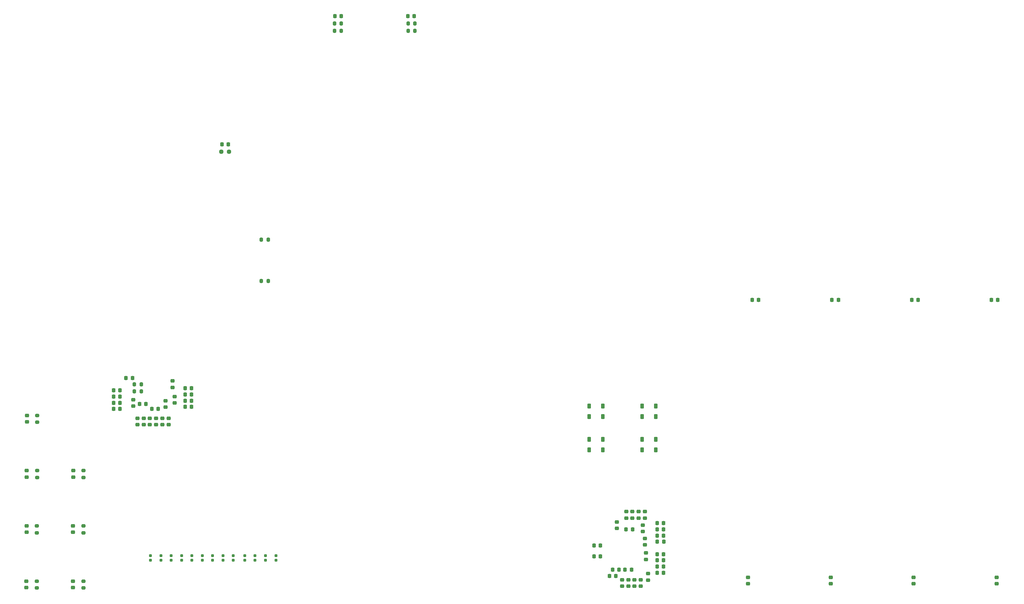
<source format=gbr>
%TF.GenerationSoftware,KiCad,Pcbnew,9.0.6-9.0.6~ubuntu24.04.1*%
%TF.CreationDate,2026-01-26T00:38:37+01:00*%
%TF.ProjectId,FPGA_Board_BA,46504741-5f42-46f6-9172-645f42412e6b,rev?*%
%TF.SameCoordinates,Original*%
%TF.FileFunction,Paste,Bot*%
%TF.FilePolarity,Positive*%
%FSLAX46Y46*%
G04 Gerber Fmt 4.6, Leading zero omitted, Abs format (unit mm)*
G04 Created by KiCad (PCBNEW 9.0.6-9.0.6~ubuntu24.04.1) date 2026-01-26 00:38:37*
%MOMM*%
%LPD*%
G01*
G04 APERTURE LIST*
G04 Aperture macros list*
%AMRoundRect*
0 Rectangle with rounded corners*
0 $1 Rounding radius*
0 $2 $3 $4 $5 $6 $7 $8 $9 X,Y pos of 4 corners*
0 Add a 4 corners polygon primitive as box body*
4,1,4,$2,$3,$4,$5,$6,$7,$8,$9,$2,$3,0*
0 Add four circle primitives for the rounded corners*
1,1,$1+$1,$2,$3*
1,1,$1+$1,$4,$5*
1,1,$1+$1,$6,$7*
1,1,$1+$1,$8,$9*
0 Add four rect primitives between the rounded corners*
20,1,$1+$1,$2,$3,$4,$5,0*
20,1,$1+$1,$4,$5,$6,$7,0*
20,1,$1+$1,$6,$7,$8,$9,0*
20,1,$1+$1,$8,$9,$2,$3,0*%
G04 Aperture macros list end*
%ADD10RoundRect,0.200000X-0.200000X-0.275000X0.200000X-0.275000X0.200000X0.275000X-0.200000X0.275000X0*%
%ADD11RoundRect,0.225000X-0.225000X-0.250000X0.225000X-0.250000X0.225000X0.250000X-0.225000X0.250000X0*%
%ADD12RoundRect,0.225000X-0.225000X-0.375000X0.225000X-0.375000X0.225000X0.375000X-0.225000X0.375000X0*%
%ADD13RoundRect,0.155000X0.155000X-0.212500X0.155000X0.212500X-0.155000X0.212500X-0.155000X-0.212500X0*%
%ADD14RoundRect,0.225000X0.250000X-0.225000X0.250000X0.225000X-0.250000X0.225000X-0.250000X-0.225000X0*%
%ADD15RoundRect,0.225000X-0.250000X0.225000X-0.250000X-0.225000X0.250000X-0.225000X0.250000X0.225000X0*%
%ADD16RoundRect,0.225000X0.225000X0.250000X-0.225000X0.250000X-0.225000X-0.250000X0.225000X-0.250000X0*%
%ADD17RoundRect,0.200000X-0.275000X0.200000X-0.275000X-0.200000X0.275000X-0.200000X0.275000X0.200000X0*%
%ADD18RoundRect,0.200000X0.200000X0.275000X-0.200000X0.275000X-0.200000X-0.275000X0.200000X-0.275000X0*%
%ADD19RoundRect,0.237500X-0.250000X-0.237500X0.250000X-0.237500X0.250000X0.237500X-0.250000X0.237500X0*%
G04 APERTURE END LIST*
D10*
%TO.C,R6*%
X121041199Y-157601037D03*
X122691199Y-157601037D03*
%TD*%
D11*
%TO.C,C115*%
X133275000Y-158325000D03*
X134825000Y-158325000D03*
%TD*%
%TO.C,C147*%
X308722500Y-135465012D03*
X310272500Y-135465012D03*
%TD*%
D12*
%TO.C,D26*%
X230850000Y-161125000D03*
X234150000Y-161125000D03*
%TD*%
D13*
%TO.C,D23*%
X147705000Y-198380000D03*
X147705000Y-197245000D03*
%TD*%
D14*
%TO.C,C43*%
X239800000Y-188175000D03*
X239800000Y-186625000D03*
%TD*%
D15*
%TO.C,C108*%
X123300000Y-164050000D03*
X123300000Y-165600000D03*
%TD*%
D11*
%TO.C,C28*%
X247275000Y-199900000D03*
X248825000Y-199900000D03*
%TD*%
D13*
%TO.C,D20*%
X139955000Y-198380000D03*
X139955000Y-197245000D03*
%TD*%
D11*
%TO.C,C37*%
X247275000Y-196900000D03*
X248825000Y-196900000D03*
%TD*%
%TO.C,C113*%
X133275000Y-156825000D03*
X134825000Y-156825000D03*
%TD*%
D12*
%TO.C,D28*%
X230850000Y-171675000D03*
X234150000Y-171675000D03*
%TD*%
D11*
%TO.C,C14*%
X122275000Y-160575000D03*
X123825000Y-160575000D03*
%TD*%
D14*
%TO.C,C45*%
X241300000Y-188175000D03*
X241300000Y-186625000D03*
%TD*%
D13*
%TO.C,D15*%
X127455000Y-198380000D03*
X127455000Y-197245000D03*
%TD*%
D16*
%TO.C,C56*%
X188612500Y-66900000D03*
X187062500Y-66900000D03*
%TD*%
D15*
%TO.C,C69*%
X237550000Y-189125000D03*
X237550000Y-190675000D03*
%TD*%
D14*
%TO.C,C80*%
X244300000Y-188175000D03*
X244300000Y-186625000D03*
%TD*%
D11*
%TO.C,C103*%
X133275000Y-159825000D03*
X134825000Y-159825000D03*
%TD*%
D15*
%TO.C,C34*%
X240300000Y-203125000D03*
X240300000Y-204675000D03*
%TD*%
D13*
%TO.C,D22*%
X144955000Y-198380000D03*
X144955000Y-197245000D03*
%TD*%
D11*
%TO.C,C30*%
X247275000Y-201400000D03*
X248825000Y-201400000D03*
%TD*%
D10*
%TO.C,R221*%
X151725000Y-130865523D03*
X153375000Y-130865523D03*
%TD*%
D16*
%TO.C,C100*%
X117575000Y-160325000D03*
X116025000Y-160325000D03*
%TD*%
%TO.C,C55*%
X170975000Y-66900000D03*
X169425000Y-66900000D03*
%TD*%
D17*
%TO.C,R124*%
X108760000Y-190075000D03*
X108760000Y-191725000D03*
%TD*%
D11*
%TO.C,C88*%
X247275000Y-192400000D03*
X248825000Y-192400000D03*
%TD*%
%TO.C,C66*%
X239775000Y-190900000D03*
X241325000Y-190900000D03*
%TD*%
D14*
%TO.C,C71*%
X244550000Y-198175000D03*
X244550000Y-196625000D03*
%TD*%
%TO.C,C73*%
X269205000Y-204071930D03*
X269205000Y-202521930D03*
%TD*%
D15*
%TO.C,C122*%
X94972579Y-203413010D03*
X94972579Y-204963010D03*
%TD*%
D14*
%TO.C,C41*%
X309205000Y-204071930D03*
X309205000Y-202521930D03*
%TD*%
D15*
%TO.C,C93*%
X129300000Y-164050000D03*
X129300000Y-165600000D03*
%TD*%
%TO.C,C58*%
X245050000Y-201625000D03*
X245050000Y-203175000D03*
%TD*%
D14*
%TO.C,C40*%
X289205000Y-204071930D03*
X289205000Y-202521930D03*
%TD*%
D16*
%TO.C,C60*%
X238075000Y-200650000D03*
X236525000Y-200650000D03*
%TD*%
D10*
%TO.C,R110*%
X121041199Y-155851037D03*
X122691199Y-155851037D03*
%TD*%
D18*
%TO.C,R59*%
X188775000Y-70400000D03*
X187125000Y-70400000D03*
%TD*%
D16*
%TO.C,C67*%
X233575000Y-197400000D03*
X232025000Y-197400000D03*
%TD*%
D14*
%TO.C,C78*%
X242800000Y-188175000D03*
X242800000Y-186625000D03*
%TD*%
D13*
%TO.C,D4*%
X155205000Y-198380000D03*
X155205000Y-197245000D03*
%TD*%
D12*
%TO.C,D29*%
X246900000Y-161125000D03*
X243600000Y-161125000D03*
%TD*%
D15*
%TO.C,C118*%
X126300000Y-164050000D03*
X126300000Y-165600000D03*
%TD*%
D12*
%TO.C,D31*%
X243600000Y-169125000D03*
X246900000Y-169125000D03*
%TD*%
D11*
%TO.C,C85*%
X247275000Y-190900000D03*
X248825000Y-190900000D03*
%TD*%
D16*
%TO.C,C98*%
X117575000Y-161825000D03*
X116025000Y-161825000D03*
%TD*%
D12*
%TO.C,D27*%
X230850000Y-169125000D03*
X234150000Y-169125000D03*
%TD*%
D17*
%TO.C,R133*%
X97510000Y-190075000D03*
X97510000Y-191725000D03*
%TD*%
D11*
%TO.C,C152*%
X327972500Y-135465012D03*
X329522500Y-135465012D03*
%TD*%
D16*
%TO.C,C72*%
X241075000Y-200650000D03*
X239525000Y-200650000D03*
%TD*%
D12*
%TO.C,D25*%
X230850000Y-163675000D03*
X234150000Y-163675000D03*
%TD*%
D11*
%TO.C,C105*%
X133275000Y-161325000D03*
X134825000Y-161325000D03*
%TD*%
D13*
%TO.C,D1*%
X150205000Y-198380000D03*
X150205000Y-197245000D03*
%TD*%
%TO.C,D16*%
X129955000Y-198380000D03*
X129955000Y-197245000D03*
%TD*%
%TO.C,D17*%
X132455000Y-198380000D03*
X132455000Y-197245000D03*
%TD*%
D12*
%TO.C,D32*%
X243600000Y-171675000D03*
X246900000Y-171675000D03*
%TD*%
D11*
%TO.C,C39*%
X247275000Y-198400000D03*
X248825000Y-198400000D03*
%TD*%
D13*
%TO.C,D21*%
X142455000Y-198380000D03*
X142455000Y-197245000D03*
%TD*%
D16*
%TO.C,C160*%
X117575000Y-157325000D03*
X116025000Y-157325000D03*
%TD*%
D17*
%TO.C,R142*%
X108720000Y-203425000D03*
X108720000Y-205075000D03*
%TD*%
%TO.C,R115*%
X97550000Y-176725000D03*
X97550000Y-178375000D03*
%TD*%
D11*
%TO.C,C83*%
X247275000Y-189400000D03*
X248825000Y-189400000D03*
%TD*%
D15*
%TO.C,C112*%
X95012579Y-190063010D03*
X95012579Y-191613010D03*
%TD*%
D18*
%TO.C,R60*%
X188775000Y-68650000D03*
X187125000Y-68650000D03*
%TD*%
D15*
%TO.C,C70*%
X244300000Y-193125000D03*
X244300000Y-194675000D03*
%TD*%
D14*
%TO.C,C64*%
X243800000Y-191425000D03*
X243800000Y-189875000D03*
%TD*%
D15*
%TO.C,C36*%
X238800000Y-203125000D03*
X238800000Y-204675000D03*
%TD*%
D14*
%TO.C,C13*%
X128550000Y-161370000D03*
X128550000Y-159820000D03*
%TD*%
D13*
%TO.C,D14*%
X124955000Y-198380000D03*
X124955000Y-197245000D03*
%TD*%
D18*
%TO.C,R56*%
X171025000Y-70400000D03*
X169375000Y-70400000D03*
%TD*%
D15*
%TO.C,C102*%
X95052579Y-176713010D03*
X95052579Y-178263010D03*
%TD*%
D14*
%TO.C,C42*%
X329205000Y-204071930D03*
X329205000Y-202521930D03*
%TD*%
D16*
%TO.C,C158*%
X117575000Y-158825000D03*
X116025000Y-158825000D03*
%TD*%
D17*
%TO.C,R151*%
X97470000Y-203425000D03*
X97470000Y-205075000D03*
%TD*%
D12*
%TO.C,D30*%
X243600000Y-163675000D03*
X246900000Y-163675000D03*
%TD*%
D11*
%TO.C,C11*%
X125275000Y-161825000D03*
X126825000Y-161825000D03*
%TD*%
D15*
%TO.C,C162*%
X95092579Y-163363010D03*
X95092579Y-164913010D03*
%TD*%
D13*
%TO.C,D19*%
X137455000Y-198380000D03*
X137455000Y-197245000D03*
%TD*%
D15*
%TO.C,C120*%
X124800000Y-164050000D03*
X124800000Y-165600000D03*
%TD*%
D11*
%TO.C,C15*%
X119025000Y-154325000D03*
X120575000Y-154325000D03*
%TD*%
%TO.C,C90*%
X247300000Y-193900000D03*
X248850000Y-193900000D03*
%TD*%
D16*
%TO.C,C62*%
X237325000Y-202150000D03*
X235775000Y-202150000D03*
%TD*%
D11*
%TO.C,C165*%
X142187130Y-97900000D03*
X143737130Y-97900000D03*
%TD*%
D15*
%TO.C,C95*%
X127800000Y-164050000D03*
X127800000Y-165600000D03*
%TD*%
%TO.C,C107*%
X106262579Y-190063010D03*
X106262579Y-191613010D03*
%TD*%
D14*
%TO.C,C12*%
X130300000Y-156600000D03*
X130300000Y-155050000D03*
%TD*%
D15*
%TO.C,C33*%
X241800000Y-203125000D03*
X241800000Y-204675000D03*
%TD*%
D13*
%TO.C,D18*%
X134955000Y-198380000D03*
X134955000Y-197245000D03*
%TD*%
D11*
%TO.C,C157*%
X270222500Y-135465012D03*
X271772500Y-135465012D03*
%TD*%
D15*
%TO.C,C110*%
X121800000Y-164050000D03*
X121800000Y-165600000D03*
%TD*%
D16*
%TO.C,C59*%
X233570000Y-194815012D03*
X232020000Y-194815012D03*
%TD*%
D18*
%TO.C,R57*%
X171025000Y-68650000D03*
X169375000Y-68650000D03*
%TD*%
D15*
%TO.C,C31*%
X243300000Y-203125000D03*
X243300000Y-204675000D03*
%TD*%
D11*
%TO.C,C136*%
X289472500Y-135465012D03*
X291022500Y-135465012D03*
%TD*%
D10*
%TO.C,R241*%
X151725000Y-120865523D03*
X153375000Y-120865523D03*
%TD*%
D17*
%TO.C,R249*%
X97590000Y-163375000D03*
X97590000Y-165025000D03*
%TD*%
D15*
%TO.C,C7*%
X130800000Y-158800000D03*
X130800000Y-160350000D03*
%TD*%
D19*
%TO.C,R117*%
X142049630Y-99650000D03*
X143874630Y-99650000D03*
%TD*%
D15*
%TO.C,C9*%
X120800000Y-159575000D03*
X120800000Y-161125000D03*
%TD*%
D13*
%TO.C,D3*%
X152705000Y-198380000D03*
X152705000Y-197245000D03*
%TD*%
D17*
%TO.C,R106*%
X108800000Y-176725000D03*
X108800000Y-178375000D03*
%TD*%
D15*
%TO.C,C97*%
X106302579Y-176713010D03*
X106302579Y-178263010D03*
%TD*%
%TO.C,C117*%
X106222579Y-203413010D03*
X106222579Y-204963010D03*
%TD*%
M02*

</source>
